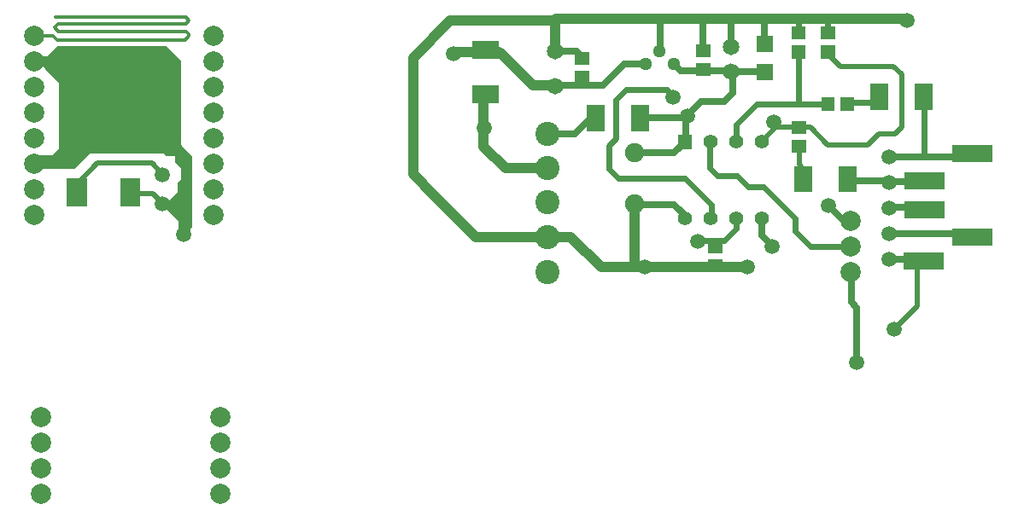
<source format=gbr>
%FSLAX32Y32*%
%MOMM*%
%LNKUPFERSEITE2*%
G71*
G01*
%ADD10C, 1.40*%
%ADD11C, 1.64*%
%ADD12C, 1.50*%
%ADD13C, 0.70*%
%ADD14C, 1.50*%
%ADD15C, 2.40*%
%ADD16C, 1.28*%
%ADD17C, 1.00*%
%ADD18C, 1.90*%
%ADD19C, 0.60*%
%ADD20C, 0.50*%
%ADD21C, 2.00*%
%ADD22C, 0.10*%
%ADD23C, 0.30*%
%LPD*%
G36*
X6648Y3676D02*
X6788Y3676D01*
X6788Y3816D01*
X6648Y3816D01*
X6648Y3676D01*
G37*
X6972Y3746D02*
G54D10*
D03*
X7226Y3746D02*
G54D10*
D03*
X7480Y3746D02*
G54D10*
D03*
X7480Y2984D02*
G54D10*
D03*
X7226Y2984D02*
G54D10*
D03*
X6972Y2984D02*
G54D10*
D03*
X6718Y2984D02*
G54D10*
D03*
X7179Y4691D02*
G54D11*
D03*
X7179Y4442D02*
G54D11*
D03*
X5430Y4648D02*
G54D11*
D03*
X5430Y4297D02*
G54D11*
D03*
X8743Y3594D02*
G54D12*
D03*
X8743Y3340D02*
G54D12*
D03*
X8743Y3086D02*
G54D12*
D03*
X8743Y2832D02*
G54D12*
D03*
G36*
X9368Y2885D02*
X9368Y2715D01*
X9768Y2715D01*
X9768Y2885D01*
X9368Y2885D01*
G37*
G36*
X8892Y3155D02*
X8892Y2985D01*
X9292Y2985D01*
X9292Y3155D01*
X8892Y3155D01*
G37*
G36*
X8892Y3441D02*
X8892Y3271D01*
X9292Y3271D01*
X9292Y3441D01*
X8892Y3441D01*
G37*
G36*
X9368Y3719D02*
X9368Y3549D01*
X9768Y3549D01*
X9768Y3719D01*
X9368Y3719D01*
G37*
G54D13*
X8743Y2832D02*
X9410Y2832D01*
G54D13*
X8743Y3594D02*
X9410Y3594D01*
G54D13*
X8743Y3348D02*
X8973Y3348D01*
G54D13*
X8743Y3094D02*
X8941Y3094D01*
X8743Y2578D02*
G54D14*
D03*
G36*
X8884Y2647D02*
X8884Y2477D01*
X9284Y2477D01*
X9284Y2647D01*
X8884Y2647D01*
G37*
G54D13*
X8743Y2578D02*
X8933Y2578D01*
X5360Y3486D02*
G54D15*
D03*
X5360Y3145D02*
G54D15*
D03*
X5360Y2804D02*
G54D15*
D03*
X5360Y2454D02*
G54D15*
D03*
X5360Y3828D02*
G54D15*
D03*
X6609Y4521D02*
G54D16*
D03*
X6469Y4648D02*
G54D16*
D03*
X6329Y4521D02*
G54D16*
D03*
G54D17*
X5430Y4304D02*
X5216Y4304D01*
X4938Y4582D01*
G54D17*
X5359Y3486D02*
X4938Y3486D01*
X4724Y3701D01*
X4724Y4193D01*
X4732Y4201D01*
G36*
X4613Y4749D02*
X4613Y4569D01*
X4873Y4569D01*
X4873Y4749D01*
X4613Y4749D01*
G37*
G36*
X4613Y4309D02*
X4613Y4129D01*
X4873Y4129D01*
X4873Y4309D01*
X4613Y4309D01*
G37*
X4732Y3883D02*
G54D12*
D03*
G54D17*
X4938Y4582D02*
X4891Y4629D01*
X4803Y4629D01*
X4795Y4621D01*
G54D17*
X4875Y4637D02*
X4430Y4637D01*
X4422Y4621D02*
G54D12*
D03*
G36*
X5631Y4638D02*
X5631Y4508D01*
X5771Y4508D01*
X5771Y4638D01*
X5631Y4638D01*
G37*
G36*
X5631Y4448D02*
X5631Y4318D01*
X5771Y4318D01*
X5771Y4448D01*
X5631Y4448D01*
G37*
G54D13*
X5430Y4645D02*
X5645Y4645D01*
X5700Y4590D01*
G54D13*
X5430Y4304D02*
X5645Y4304D01*
X5684Y4344D01*
G54D13*
X6319Y4518D02*
X6121Y4518D01*
X5907Y4304D01*
X5430Y4304D01*
G54D17*
X5367Y2804D02*
X4645Y2804D01*
X4232Y3216D01*
X4025Y3423D01*
X4025Y4550D01*
G54D17*
X5446Y4969D02*
X7280Y4971D01*
G54D17*
X5430Y4645D02*
X5430Y4963D01*
G36*
X6830Y4718D02*
X6830Y4588D01*
X6970Y4588D01*
X6970Y4718D01*
X6830Y4718D01*
G37*
G36*
X6830Y4528D02*
X6830Y4398D01*
X6970Y4398D01*
X6970Y4528D01*
X6830Y4528D01*
G37*
G54D13*
X7177Y4693D02*
X7177Y4979D01*
G54D13*
X6899Y4661D02*
X6899Y4979D01*
G54D13*
X6613Y4518D02*
X6677Y4455D01*
X7169Y4455D01*
X7177Y4447D01*
G36*
X7433Y4802D02*
X7433Y4642D01*
X7593Y4642D01*
X7593Y4802D01*
X7433Y4802D01*
G37*
G36*
X7433Y4522D02*
X7433Y4362D01*
X7593Y4362D01*
X7593Y4522D01*
X7433Y4522D01*
G37*
G54D13*
X7510Y4725D02*
X7510Y4979D01*
X7510Y4740D01*
X7518Y4732D01*
G54D13*
X7510Y4447D02*
X7177Y4447D01*
X7169Y4439D01*
X6224Y3637D02*
G54D18*
D03*
X6224Y3129D02*
G54D18*
D03*
G54D13*
X6208Y3637D02*
X6613Y3637D01*
X6716Y3740D01*
G54D13*
X6724Y2970D02*
X6724Y3010D01*
X6613Y3121D01*
X6232Y3121D01*
G54D13*
X7192Y4423D02*
X7192Y4232D01*
X7105Y4145D01*
X6883Y4145D01*
X6732Y3994D01*
X6732Y3796D01*
X6692Y3756D01*
X6319Y2502D02*
G54D12*
D03*
X7335Y2502D02*
G54D12*
D03*
G54D17*
X7335Y2502D02*
X6311Y2502D01*
X5891Y2502D01*
X5589Y2804D01*
X5367Y2804D01*
X5359Y2812D01*
X7581Y2708D02*
G54D12*
D03*
G54D13*
X7478Y2978D02*
X7478Y2820D01*
X7581Y2716D01*
X6843Y2756D02*
G54D12*
D03*
G54D19*
X7224Y2986D02*
X7224Y2883D01*
X7105Y2764D01*
X6867Y2764D01*
X6859Y2772D01*
G36*
X6949Y2773D02*
X6949Y2643D01*
X7089Y2643D01*
X7089Y2773D01*
X6949Y2773D01*
G37*
G36*
X6949Y2583D02*
X6949Y2453D01*
X7089Y2453D01*
X7089Y2583D01*
X6949Y2583D01*
G37*
X6748Y4002D02*
G54D12*
D03*
G36*
X5743Y3849D02*
X5923Y3849D01*
X5923Y4109D01*
X5743Y4109D01*
X5743Y3849D01*
G37*
G36*
X6183Y3849D02*
X6363Y3849D01*
X6363Y4109D01*
X6183Y4109D01*
X6183Y3849D01*
G37*
G54D13*
X5367Y3828D02*
X5629Y3828D01*
X5788Y3986D01*
G54D13*
X6272Y3986D02*
X6740Y3986D01*
X6748Y3994D01*
G54D17*
X6224Y3129D02*
X6224Y2526D01*
X8796Y1883D02*
G54D12*
D03*
G54D20*
X9026Y2232D02*
X9026Y2534D01*
X8994Y2566D01*
G54D20*
X9026Y2232D02*
X9026Y2113D01*
X8796Y1883D01*
X8359Y2962D02*
G54D21*
D03*
X8359Y2708D02*
G54D21*
D03*
X8359Y2454D02*
G54D21*
D03*
G54D13*
X8367Y2161D02*
X8367Y2391D01*
X8359Y2399D01*
X8423Y1558D02*
G54D12*
D03*
G54D13*
X8423Y1558D02*
X8423Y2097D01*
X8367Y2153D01*
G54D19*
X8351Y2708D02*
X7962Y2708D01*
X7812Y2859D01*
X7812Y2986D01*
X7502Y3296D01*
X7343Y3296D01*
X7232Y3407D01*
G36*
X8392Y4191D02*
X8262Y4191D01*
X8262Y4051D01*
X8392Y4051D01*
X8392Y4191D01*
G37*
G36*
X8202Y4191D02*
X8072Y4191D01*
X8072Y4051D01*
X8202Y4051D01*
X8202Y4191D01*
G37*
X8923Y4955D02*
G54D12*
D03*
G36*
X8555Y4062D02*
X8735Y4062D01*
X8735Y4322D01*
X8555Y4322D01*
X8555Y4062D01*
G37*
G36*
X8995Y4062D02*
X9175Y4062D01*
X9175Y4322D01*
X8995Y4322D01*
X8995Y4062D01*
G37*
G36*
X7801Y3246D02*
X7981Y3246D01*
X7981Y3506D01*
X7801Y3506D01*
X7801Y3246D01*
G37*
G36*
X8241Y3246D02*
X8421Y3246D01*
X8421Y3506D01*
X8241Y3506D01*
X8241Y3246D01*
G37*
G54D19*
X7232Y3407D02*
X7042Y3407D01*
X6962Y3486D01*
X6962Y3732D01*
X6970Y3740D01*
G54D19*
X8637Y4137D02*
X8351Y4137D01*
X8328Y4113D01*
G54D19*
X8121Y4121D02*
X7431Y4121D01*
X7224Y3915D01*
X7224Y3772D01*
X7232Y3764D01*
G54D19*
X9090Y4161D02*
X9090Y3605D01*
G36*
X7774Y4893D02*
X7774Y4763D01*
X7914Y4763D01*
X7914Y4893D01*
X7774Y4893D01*
G37*
G36*
X7774Y4703D02*
X7774Y4573D01*
X7914Y4573D01*
X7914Y4703D01*
X7774Y4703D01*
G37*
G36*
X8067Y4893D02*
X8067Y4763D01*
X8207Y4763D01*
X8207Y4893D01*
X8067Y4893D01*
G37*
G36*
X8067Y4703D02*
X8067Y4573D01*
X8207Y4573D01*
X8207Y4703D01*
X8067Y4703D01*
G37*
G54D19*
X7843Y4836D02*
X7843Y4971D01*
G54D19*
X8137Y4836D02*
X8137Y4971D01*
X8129Y4979D01*
G54D19*
X7843Y4645D02*
X7843Y4129D01*
G36*
X7920Y3636D02*
X7920Y3766D01*
X7780Y3766D01*
X7780Y3636D01*
X7920Y3636D01*
G37*
G36*
X7920Y3826D02*
X7920Y3956D01*
X7780Y3956D01*
X7780Y3826D01*
X7920Y3826D01*
G37*
G54D20*
X7478Y3748D02*
X7621Y3891D01*
X7828Y3891D01*
X7835Y3883D01*
G54D20*
X7851Y3693D02*
X7851Y3518D01*
X7907Y3462D01*
G54D13*
X8328Y3359D02*
X8732Y3359D01*
X8748Y3343D01*
G54D20*
X7843Y3891D02*
X7962Y3891D01*
X8137Y3716D01*
X8534Y3716D01*
X8645Y3828D01*
X8804Y3828D01*
X8867Y3891D01*
X8867Y4415D01*
X8788Y4494D01*
X8264Y4494D01*
X8145Y4613D01*
X7597Y3947D02*
G54D12*
D03*
G54D19*
X6978Y2994D02*
X6978Y3121D01*
X6716Y3383D01*
X6057Y3383D01*
X5962Y3478D01*
X5962Y3709D01*
X6034Y3780D01*
X6034Y4161D01*
X6137Y4264D01*
X6542Y4264D01*
X6605Y4201D01*
X6597Y4193D02*
G54D12*
D03*
X8145Y3113D02*
G54D12*
D03*
G54D13*
X8367Y2962D02*
X8296Y2962D01*
X8153Y3105D01*
G54D13*
X6470Y4645D02*
X6470Y4955D01*
X6478Y4963D01*
G54D17*
X4025Y4550D02*
X4025Y4582D01*
X4391Y4947D01*
X5414Y4947D01*
X5438Y4971D01*
G54D17*
X7280Y4971D02*
X8931Y4971D01*
X271Y4796D02*
G54D21*
D03*
X271Y4542D02*
G54D21*
D03*
X271Y4288D02*
G54D21*
D03*
X271Y4034D02*
G54D21*
D03*
X271Y3780D02*
G54D21*
D03*
X271Y3526D02*
G54D21*
D03*
X271Y3272D02*
G54D21*
D03*
X271Y3018D02*
G54D21*
D03*
X2049Y4796D02*
G54D21*
D03*
X2049Y4542D02*
G54D21*
D03*
X2049Y4288D02*
G54D21*
D03*
X2049Y4034D02*
G54D21*
D03*
X2049Y3780D02*
G54D21*
D03*
X2049Y3526D02*
G54D21*
D03*
X2049Y3272D02*
G54D21*
D03*
X2049Y3018D02*
G54D21*
D03*
X334Y1016D02*
G54D21*
D03*
X334Y762D02*
G54D21*
D03*
X334Y508D02*
G54D21*
D03*
X334Y254D02*
G54D21*
D03*
X2112Y1016D02*
G54D21*
D03*
X2112Y762D02*
G54D21*
D03*
X2112Y508D02*
G54D21*
D03*
X2112Y254D02*
G54D21*
D03*
G36*
X592Y3103D02*
X790Y3103D01*
X790Y3382D01*
X592Y3382D01*
X592Y3103D01*
G37*
G36*
X1120Y3103D02*
X1318Y3103D01*
X1318Y3382D01*
X1120Y3382D01*
X1120Y3103D01*
G37*
X1747Y2828D02*
G54D12*
D03*
X1541Y3129D02*
G54D12*
D03*
X1541Y3415D02*
G54D12*
D03*
G54D20*
X1216Y3232D02*
X1446Y3232D01*
X1533Y3145D01*
G54D20*
X1541Y3431D02*
X1438Y3534D01*
X898Y3534D01*
X708Y3343D01*
G36*
X1716Y4193D02*
X1716Y3637D01*
X1692Y3613D01*
X1573Y3613D01*
X1549Y3637D01*
X819Y3637D01*
X668Y3486D01*
X319Y3486D01*
X319Y3590D01*
X295Y3613D01*
X446Y3613D01*
X517Y3685D01*
X517Y4336D01*
X327Y4526D01*
X327Y4598D01*
X398Y4598D01*
X493Y4693D01*
X1573Y4693D01*
X1716Y4550D01*
X1716Y4169D01*
X1716Y4193D01*
G37*
G54D22*
X1716Y4193D02*
X1716Y3637D01*
X1692Y3613D01*
X1573Y3613D01*
X1549Y3637D01*
X819Y3637D01*
X668Y3486D01*
X319Y3486D01*
X319Y3590D01*
X295Y3613D01*
X446Y3613D01*
X517Y3685D01*
X517Y4336D01*
X327Y4526D01*
X327Y4598D01*
X398Y4598D01*
X493Y4693D01*
X1573Y4693D01*
X1716Y4550D01*
X1716Y4169D01*
X1716Y4193D01*
G36*
X1708Y3716D02*
X1716Y3716D01*
X1827Y3605D01*
X1827Y2899D01*
X1771Y2843D01*
X1700Y2843D01*
X1700Y2962D01*
X1565Y3097D01*
X1565Y3121D01*
X1692Y3248D01*
X1692Y3343D01*
X1724Y3375D01*
X1724Y3486D01*
X1668Y3542D01*
X1668Y3661D01*
X1724Y3716D01*
X1708Y3716D01*
G37*
G54D22*
X1708Y3716D02*
X1716Y3716D01*
X1827Y3605D01*
X1827Y2899D01*
X1771Y2843D01*
X1700Y2843D01*
X1700Y2962D01*
X1565Y3097D01*
X1565Y3121D01*
X1692Y3248D01*
X1692Y3343D01*
X1724Y3375D01*
X1724Y3486D01*
X1668Y3542D01*
X1668Y3661D01*
X1724Y3716D01*
X1708Y3716D01*
G54D23*
X279Y4796D02*
X454Y4796D01*
X493Y4756D01*
X1763Y4756D01*
X1803Y4796D01*
X1803Y4812D01*
X1771Y4844D01*
X509Y4844D01*
X469Y4883D01*
X501Y4915D01*
X1771Y4915D01*
X1803Y4947D01*
X1803Y4955D01*
X1771Y4986D01*
X477Y4986D01*
M02*

</source>
